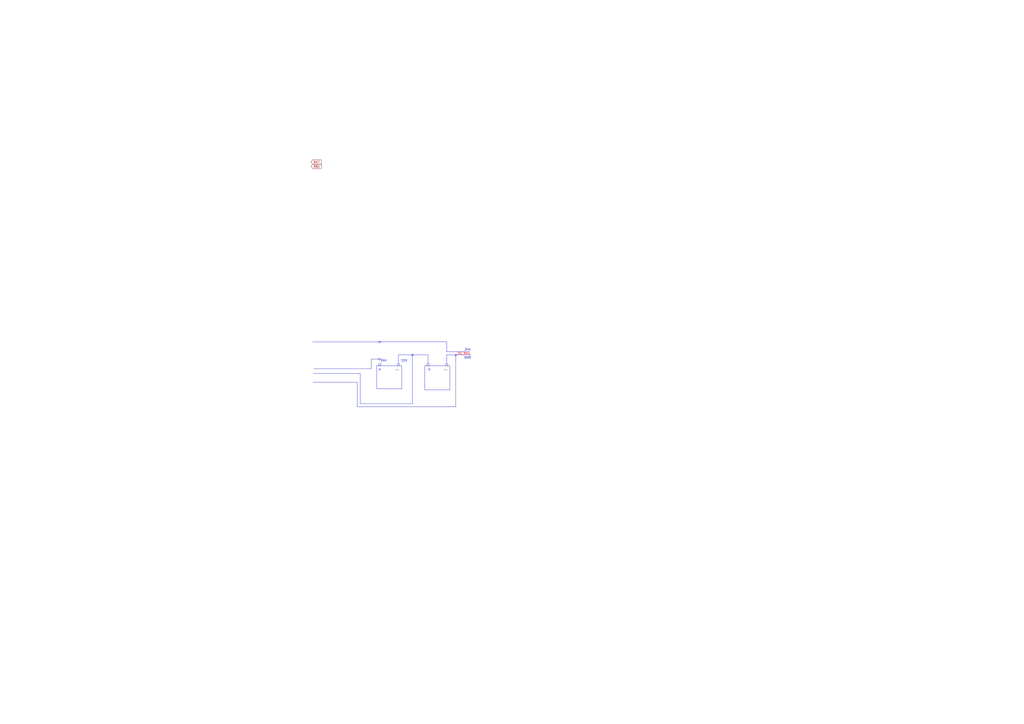
<source format=kicad_sch>
(kicad_sch
	(version 20231120)
	(generator "eeschema")
	(generator_version "8.0")
	(uuid "eca62f08-f2c9-46c4-a9dd-1b8711b575bf")
	(paper "A2")
	(lib_symbols)
	(polyline
		(pts
			(xy 209.042 216.662) (xy 209.042 234.188)
		)
		(stroke
			(width 0)
			(type default)
		)
		(uuid "005ab5df-fcbb-4f22-8cdb-fee496b76b2f")
	)
	(polyline
		(pts
			(xy 181.864 213.868) (xy 215.392 213.868)
		)
		(stroke
			(width 0)
			(type default)
		)
		(uuid "0c44fc43-bd0f-4f8a-88e0-fbe778894313")
	)
	(polyline
		(pts
			(xy 239.268 205.994) (xy 239.268 234.188)
		)
		(stroke
			(width 0)
			(type default)
		)
		(uuid "25991e95-6282-4097-a174-f52b8bd8f0f4")
	)
	(polyline
		(pts
			(xy 248.285 205.867) (xy 248.285 210.947)
		)
		(stroke
			(width 0)
			(type default)
		)
		(uuid "2d1dacc7-2d0d-4f2f-9c65-7e5e19a6cf4b")
	)
	(polyline
		(pts
			(xy 231.14 210.947) (xy 231.14 205.867)
		)
		(stroke
			(width 0)
			(type default)
		)
		(uuid "2e8c9a2c-3f32-4ae0-8c32-70413219cba5")
	)
	(polyline
		(pts
			(xy 215.392 213.868) (xy 215.392 208.28)
		)
		(stroke
			(width 0)
			(type default)
		)
		(uuid "539ece89-308e-4716-86ad-de2cea95686c")
	)
	(polyline
		(pts
			(xy 259.08 203.962) (xy 272.415 203.962)
		)
		(stroke
			(width 0)
			(type default)
		)
		(uuid "5dda0ae9-4988-4eaa-be6b-e7da836e4061")
	)
	(polyline
		(pts
			(xy 215.392 208.28) (xy 220.218 208.28)
		)
		(stroke
			(width 0)
			(type default)
		)
		(uuid "6fc458b3-02be-4427-a8d7-381de08371b9")
	)
	(polyline
		(pts
			(xy 207.264 235.966) (xy 264.414 235.966)
		)
		(stroke
			(width 0)
			(type default)
		)
		(uuid "733c068f-50b7-4b95-9b8e-4cbf5dddd524")
	)
	(polyline
		(pts
			(xy 220.345 198.247) (xy 259.08 198.247)
		)
		(stroke
			(width 0)
			(type default)
		)
		(uuid "7da3d8bf-3611-49b7-b0e0-abf10b43d45f")
	)
	(polyline
		(pts
			(xy 207.264 221.742) (xy 207.264 235.966)
		)
		(stroke
			(width 0)
			(type default)
		)
		(uuid "8145a11d-7266-4a2f-85ba-e85910824c30")
	)
	(polyline
		(pts
			(xy 209.042 234.188) (xy 239.268 234.188)
		)
		(stroke
			(width 0)
			(type default)
		)
		(uuid "a0937552-8cbe-432b-89ef-09cf03469383")
	)
	(polyline
		(pts
			(xy 181.61 221.742) (xy 207.264 221.742)
		)
		(stroke
			(width 0)
			(type default)
		)
		(uuid "a79a4fd7-fa73-47ca-bfde-35a44a7bc61c")
	)
	(polyline
		(pts
			(xy 259.08 198.247) (xy 259.08 203.962)
		)
		(stroke
			(width 0)
			(type default)
		)
		(uuid "b8d83d80-01dd-4886-bba0-a77cb4a1782c")
	)
	(polyline
		(pts
			(xy 181.864 216.662) (xy 209.042 216.662)
		)
		(stroke
			(width 0)
			(type default)
		)
		(uuid "dc4b3dad-23b3-4472-ae29-c65a90a0a550")
	)
	(polyline
		(pts
			(xy 231.14 205.867) (xy 248.285 205.867)
		)
		(stroke
			(width 0)
			(type default)
		)
		(uuid "e1a05881-4f85-48bc-93fd-65292b099828")
	)
	(polyline
		(pts
			(xy 259.08 205.867) (xy 273.05 205.867)
		)
		(stroke
			(width 0)
			(type default)
		)
		(uuid "e32be419-04fc-4b6a-9547-c83a1de71026")
	)
	(polyline
		(pts
			(xy 264.414 205.994) (xy 264.414 235.966)
		)
		(stroke
			(width 0)
			(type default)
		)
		(uuid "ee4af988-da9b-4c6f-9ff3-269f695654c2")
	)
	(polyline
		(pts
			(xy 181.356 198.374) (xy 220.218 198.374)
		)
		(stroke
			(width 0)
			(type default)
		)
		(uuid "f2ed732a-393e-4974-9dc1-c4bd7d27a93c")
	)
	(polyline
		(pts
			(xy 259.08 210.947) (xy 259.08 205.867)
		)
		(stroke
			(width 0)
			(type default)
		)
		(uuid "fa45f8ab-6435-46e1-9ebd-80cbd2961e96")
	)
	(rectangle
		(start 218.44 212.217)
		(end 233.045 225.552)
		(stroke
			(width 0)
			(type default)
		)
		(fill
			(type none)
		)
		(uuid 2077944d-cef9-4b05-8b8f-268577a0e8d8)
	)
	(rectangle
		(start 258.445 210.947)
		(end 259.715 212.217)
		(stroke
			(width 0)
			(type default)
		)
		(fill
			(type none)
		)
		(uuid 55a15e53-a988-4cf3-90f5-e94f1263a44a)
	)
	(circle
		(center 220.218 208.28)
		(radius 0.568)
		(stroke
			(width 0)
			(type default)
		)
		(fill
			(type color)
			(color 0 0 0 0)
		)
		(uuid 5783fa92-3b1f-4b3f-bd15-c53c12db9a92)
	)
	(rectangle
		(start 247.65 210.947)
		(end 248.92 212.217)
		(stroke
			(width 0)
			(type default)
		)
		(fill
			(type none)
		)
		(uuid 6182e8dd-cdcd-4269-91ee-0eb69778c976)
	)
	(circle
		(center 239.268 205.994)
		(radius 0.508)
		(stroke
			(width 0)
			(type default)
		)
		(fill
			(type color)
			(color 0 0 0 0)
		)
		(uuid b07de946-57c1-44c3-abd0-6c3534e78613)
	)
	(rectangle
		(start 246.38 212.217)
		(end 260.985 226.187)
		(stroke
			(width 0)
			(type default)
		)
		(fill
			(type none)
		)
		(uuid d368e964-9534-42dd-827a-725253615084)
	)
	(rectangle
		(start 219.71 210.947)
		(end 220.98 212.217)
		(stroke
			(width 0)
			(type default)
		)
		(fill
			(type none)
		)
		(uuid db23a010-59fb-40bf-a733-01073188ac5d)
	)
	(circle
		(center 220.218 198.374)
		(radius 0.568)
		(stroke
			(width 0)
			(type default)
		)
		(fill
			(type color)
			(color 0 0 0 0)
		)
		(uuid e4e8ad45-a0cd-4a5f-b975-ea5205a1bdc5)
	)
	(rectangle
		(start 230.505 210.947)
		(end 231.775 212.217)
		(stroke
			(width 0)
			(type default)
		)
		(fill
			(type none)
		)
		(uuid e8a2cc66-c062-4eea-aafc-8cd14d09794a)
	)
	(circle
		(center 264.414 205.994)
		(radius 0.508)
		(stroke
			(width 0)
			(type default)
		)
		(fill
			(type color)
			(color 0 0 0 0)
		)
		(uuid efa5eb6e-32a5-415a-bf31-fbeed892714a)
	)
	(text "-"
		(exclude_from_sim no)
		(at 258.318 214.63 0)
		(effects
			(font
				(size 2 2)
			)
		)
		(uuid "36f49585-de25-4df5-bbaa-12699865f005")
	)
	(text "GND"
		(exclude_from_sim no)
		(at 271.272 207.518 0)
		(effects
			(font
				(size 1.27 1.27)
			)
		)
		(uuid "61d091fc-7233-404f-840a-55347162a819")
	)
	(text "+"
		(exclude_from_sim no)
		(at 220.218 214.376 0)
		(effects
			(font
				(size 2 2)
			)
		)
		(uuid "73b82d92-cee5-4e2d-96bd-f75a5a3affe2")
	)
	(text "12V"
		(exclude_from_sim no)
		(at 234.442 209.296 0)
		(effects
			(font
				(size 1.27 1.27)
			)
		)
		(uuid "82bba206-2eca-457e-ba98-d787c248f028")
	)
	(text "+"
		(exclude_from_sim no)
		(at 248.92 214.376 0)
		(effects
			(font
				(size 2 2)
			)
		)
		(uuid "9827b50d-ed92-40b7-a084-398c10ab2104")
	)
	(text "-"
		(exclude_from_sim no)
		(at 230.378 214.63 0)
		(effects
			(font
				(size 2 2)
			)
		)
		(uuid "beac32d6-56de-4d62-957c-1fa4273ea31b")
	)
	(text "24V"
		(exclude_from_sim no)
		(at 222.504 209.296 0)
		(effects
			(font
				(size 1.27 1.27)
			)
		)
		(uuid "e4ad7ee4-44a2-4a38-aa62-407e7d3f3969")
	)
	(text "24V"
		(exclude_from_sim no)
		(at 271.272 202.946 0)
		(effects
			(font
				(size 1.27 1.27)
			)
		)
		(uuid "f4fa48b3-bd0d-47bc-9480-41373ce31362")
	)
	(text "DC_RAIL"
		(exclude_from_sim no)
		(at 269.24 205.232 0)
		(effects
			(font
				(size 1.27 1.27)
				(color 255 10 23 1)
			)
		)
		(uuid "ff0d5024-c723-4d1c-83f5-1328d9de481a")
	)
	(global_label "RB1"
		(shape input)
		(at 180.34 96.52 0)
		(fields_autoplaced yes)
		(effects
			(font
				(size 1.27 1.27)
			)
			(justify left)
		)
		(uuid "45bb9c73-26a1-4d23-8a4b-8ad6c5a5cd7b")
		(property "Intersheetrefs" "${INTERSHEET_REFS}"
			(at 187.0747 96.52 0)
			(effects
				(font
					(size 1.27 1.27)
				)
				(justify left)
				(hide yes)
			)
		)
	)
	(global_label "RA7"
		(shape input)
		(at 180.34 93.98 0)
		(fields_autoplaced yes)
		(effects
			(font
				(size 1.27 1.27)
			)
			(justify left)
		)
		(uuid "e408cdbe-2879-4b6d-ac51-44da1949ce65")
		(property "Intersheetrefs" "${INTERSHEET_REFS}"
			(at 186.8933 93.98 0)
			(effects
				(font
					(size 1.27 1.27)
				)
				(justify left)
				(hide yes)
			)
		)
	)
	(sheet
		(at -147.574 127.762)
		(size 58.674 45.212)
		(fields_autoplaced yes)
		(stroke
			(width 0.1524)
			(type solid)
		)
		(fill
			(color 0 0 0 0.0000)
		)
		(uuid "4952cc89-85c0-4fdc-ae38-69c8ef6eda6f")
		(property "Sheetname" "BMS_microcontroller"
			(at -147.574 127.0504 0)
			(effects
				(font
					(size 1.27 1.27)
				)
				(justify left bottom)
			)
		)
		(property "Sheetfile" "BMC_microcontroller.kicad_sch"
			(at -147.574 173.5586 0)
			(effects
				(font
					(size 1.27 1.27)
				)
				(justify left top)
			)
		)
		(instances
			(project "Balancer+ESP"
				(path "/555ba40f-9abb-4b99-82c6-07e888fda9fd/082c19de-9087-42ca-b6f1-cdab78bf87aa"
					(page "4")
				)
			)
		)
	)
	(sheet
		(at -132.08 251.46)
		(size 54.356 32.004)
		(fields_autoplaced yes)
		(stroke
			(width 0.1524)
			(type solid)
		)
		(fill
			(color 0 0 0 0.0000)
		)
		(uuid "4b291f9d-bc36-4f21-9f3b-00690d06c010")
		(property "Sheetname" "BMS_current_limiter"
			(at -132.08 250.7484 0)
			(effects
				(font
					(size 1.27 1.27)
				)
				(justify left bottom)
			)
		)
		(property "Sheetfile" "BMS_current_limiter.kicad_sch"
			(at -132.08 284.0486 0)
			(effects
				(font
					(size 1.27 1.27)
				)
				(justify left top)
			)
		)
		(instances
			(project "Balancer+ESP"
				(path "/555ba40f-9abb-4b99-82c6-07e888fda9fd/082c19de-9087-42ca-b6f1-cdab78bf87aa"
					(page "6")
				)
			)
		)
	)
	(sheet
		(at -142.748 194.818)
		(size 52.324 35.052)
		(fields_autoplaced yes)
		(stroke
			(width 0.1524)
			(type solid)
		)
		(fill
			(color 0 0 0 0.0000)
		)
		(uuid "7f9fa171-05aa-41cd-9e63-c651aaa3e0e7")
		(property "Sheetname" "BMS_current_sources_and_fans"
			(at -142.748 194.1064 0)
			(effects
				(font
					(size 1.27 1.27)
				)
				(justify left bottom)
			)
		)
		(property "Sheetfile" "BMS_current_sources_and_fans.kicad_sch"
			(at -142.748 230.4546 0)
			(effects
				(font
					(size 1.27 1.27)
				)
				(justify left top)
			)
		)
		(instances
			(project "Balancer+ESP"
				(path "/555ba40f-9abb-4b99-82c6-07e888fda9fd/082c19de-9087-42ca-b6f1-cdab78bf87aa"
					(page "5")
				)
			)
		)
	)
)
</source>
